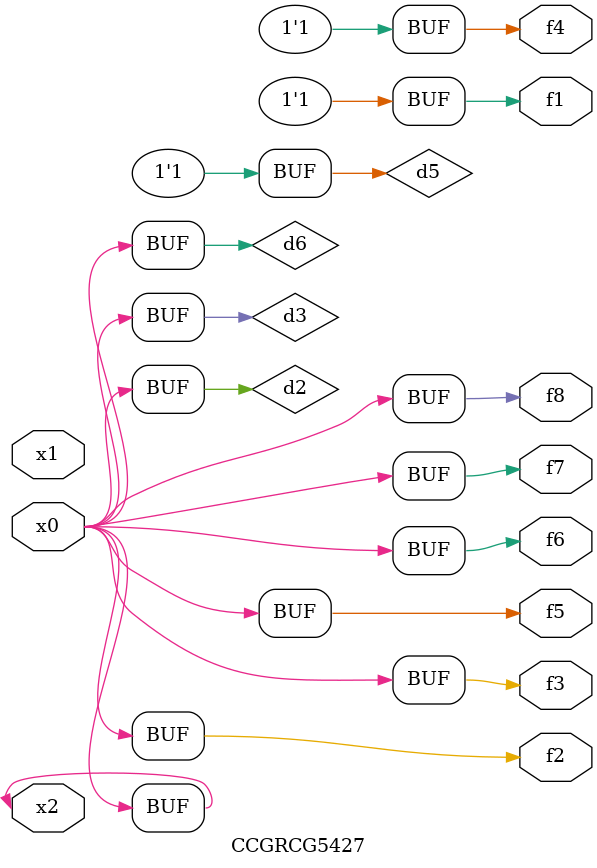
<source format=v>
module CCGRCG5427(
	input x0, x1, x2,
	output f1, f2, f3, f4, f5, f6, f7, f8
);

	wire d1, d2, d3, d4, d5, d6;

	xnor (d1, x2);
	buf (d2, x0, x2);
	and (d3, x0);
	xnor (d4, x1, x2);
	nand (d5, d1, d3);
	buf (d6, d2, d3);
	assign f1 = d5;
	assign f2 = d6;
	assign f3 = d6;
	assign f4 = d5;
	assign f5 = d6;
	assign f6 = d6;
	assign f7 = d6;
	assign f8 = d6;
endmodule

</source>
